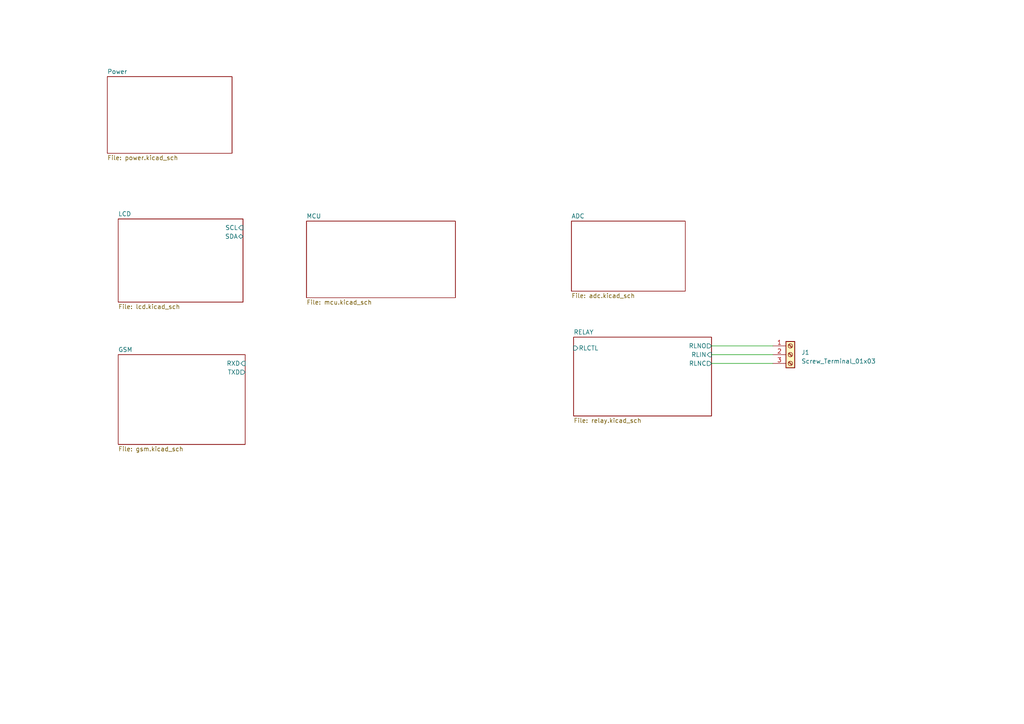
<source format=kicad_sch>
(kicad_sch (version 20230121) (generator eeschema)
  (paper "A4")
  (title_block (title "2023 Staj Projesi") (date "2023-07-24") (rev "1.0") (company "Hidro Elektronik"))
  (lib_symbols
    (symbol "Connector:Screw_Terminal_01x03" (pin_names (offset 1.016) hide)
      (property "Reference" "J" (at 0 5.08 0))
      (property "Value" "Screw_Terminal_01x03" (at 0 -5.08 0))
      (symbol "Screw_Terminal_01x03_1_1"
        (rectangle (start -1.27 3.81) (end 1.27 -3.81) (stroke (width 0.254)) (fill (type background)))
        (circle (center 0 -2.54) (radius 0.635) (stroke (width 0.1524)))
        (polyline (pts (xy -0.5334 -2.2098) (xy 0.3302 -3.048)) (stroke (width 0.1524)))
        (polyline (pts (xy -0.5334 0.3302) (xy 0.3302 -0.508)) (stroke (width 0.1524)))
        (polyline (pts (xy -0.5334 2.8702) (xy 0.3302 2.032)) (stroke (width 0.1524)))
        (polyline (pts (xy -0.3556 -2.032) (xy 0.508 -2.8702)) (stroke (width 0.1524)))
        (polyline (pts (xy -0.3556 0.508) (xy 0.508 -0.3302)) (stroke (width 0.1524)))
        (polyline (pts (xy -0.3556 3.048) (xy 0.508 2.2098)) (stroke (width 0.1524)))
        (circle (center 0 0) (radius 0.635) (stroke (width 0.1524)))
        (circle (center 0 2.54) (radius 0.635) (stroke (width 0.1524)))
        (pin passive line (at -5.08 2.54 0) (length 3.81) (name "Pin_1") (number "1"))
        (pin passive line (at -5.08 0 0) (length 3.81) (name "Pin_2") (number "2"))
        (pin passive line (at -5.08 -2.54 0) (length 3.81) (name "Pin_3") (number "3"))
      )
    )
  )
  (wire (pts (xy 206.375 105.41) (xy 224.155 105.41)))
  (wire (pts (xy 206.375 100.33) (xy 224.155 100.33)))
  (wire (pts (xy 206.375 102.87) (xy 224.155 102.87)))
  (symbol (lib_id "Connector:Screw_Terminal_01x03") (at 229.235 102.87 0) (unit 1)
    (property "Reference" "J1" (at 232.41 102.235 0) (effects (justify left)))
    (property "Value" "Screw_Terminal_01x03" (at 232.41 104.775 0) (effects (justify left)))
  )
  (sheet (at 34.29 102.87) (size 36.83 26.035) (stroke (width 0.1524))
    (property "Sheetname" "GSM" (at 34.29 102.1584 0) (effects (justify left bottom)))
    (property "Sheetfile" "gsm.kicad_sch" (at 34.29 129.4896 0) (effects (justify left top)))
    (pin "TXD" output (at 71.12 107.95 0))
    (pin "RXD" input (at 71.12 105.41 0))
  )
  (sheet (at 165.735 64.135) (size 33.02 20.32) (stroke (width 0.1524))
    (property "Sheetname" "ADC" (at 165.735 63.4234 0) (effects (justify left bottom)))
    (property "Sheetfile" "adc.kicad_sch" (at 165.735 85.0396 0) (effects (justify left top)))
  )
  (sheet (at 166.37 97.79) (size 40.005 22.86) (stroke (width 0.1524))
    (property "Sheetname" "RELAY" (at 166.37 97.0784 0) (effects (justify left bottom)))
    (property "Sheetfile" "relay.kicad_sch" (at 166.37 121.2346 0) (effects (justify left top)))
    (pin "RLCTL" input (at 166.37 100.965 180))
    (pin "RLNO" output (at 206.375 100.33 0))
    (pin "RLIN" input (at 206.375 102.87 0))
    (pin "RLNC" output (at 206.375 105.41 0))
  )
  (sheet (at 34.29 63.5) (size 36.195 24.13) (stroke (width 0.1524))
    (property "Sheetname" "LCD" (at 34.29 62.7884 0) (effects (justify left bottom)))
    (property "Sheetfile" "lcd.kicad_sch" (at 34.29 88.2146 0) (effects (justify left top)))
    (pin "SCL" input (at 70.485 66.04 0))
    (pin "SDA" bidirectional (at 70.485 68.58 0))
  )
  (sheet (at 88.9 64.135) (size 43.18 22.225) (stroke (width 0.1524))
    (property "Sheetname" "MCU" (at 88.9 63.4234 0) (effects (justify left bottom)))
    (property "Sheetfile" "mcu.kicad_sch" (at 88.9 86.9446 0) (effects (justify left top)))
  )
  (sheet (at 31.115 22.225) (size 36.195 22.225) (stroke (width 0.1524))
    (property "Sheetname" "Power" (at 31.115 21.5134 0) (effects (justify left bottom)))
    (property "Sheetfile" "power.kicad_sch" (at 31.115 45.0346 0) (effects (justify left top)))
  )
)
</source>
